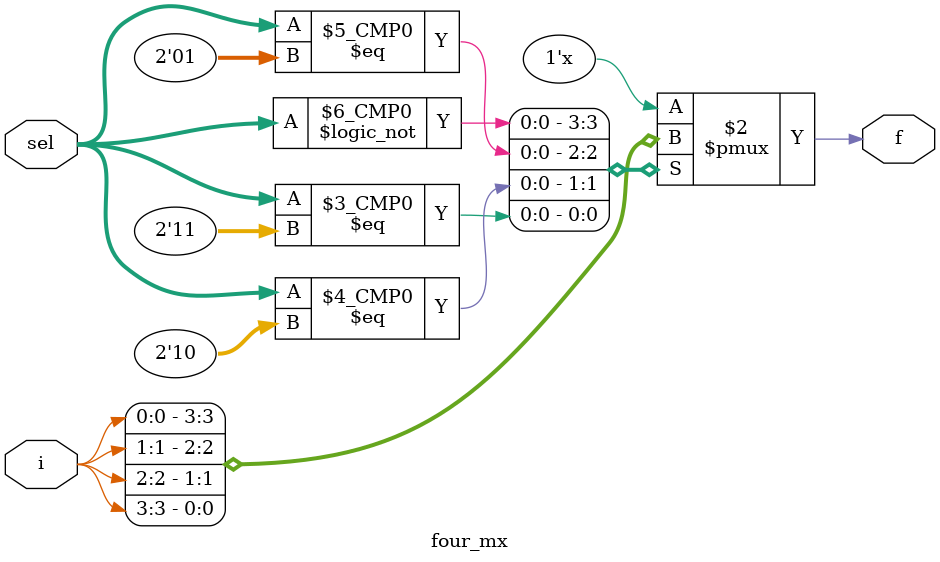
<source format=v>
module four_mx(i,sel,f);
 input wire [3:0] i;
 input wire [1:0] sel;
 output reg f;
 
 always @(*) begin
    case(sel)
    2'b00 : f=i[0];
    2'b01 : f=i[1];
    2'b10 : f=i[2];
    2'b11 : f=i[3];
    endcase

 end
endmodule


</source>
